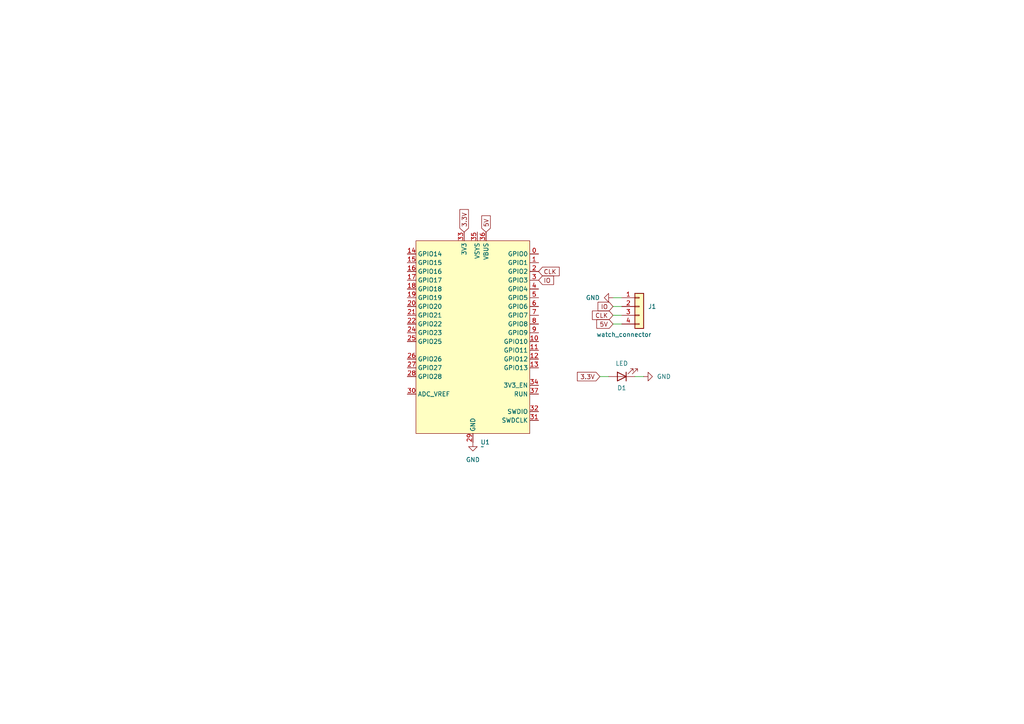
<source format=kicad_sch>
(kicad_sch (version 20231120) (generator "eeschema") (generator_version "8.0")
  (paper "A4")
  (title_block (title "epd watch charger") (date "2024-09-12") (rev "1.0"))
  (lib_symbols
    (symbol "Connector_Generic:Conn_01x04" (pin_names (offset 1.016) hide)
      (property "Reference" "J" (at 0 5.08 0))
      (property "Value" "Conn_01x04" (at 0 -7.62 0))
      (symbol "Conn_01x04_1_1"
        (rectangle (start -1.27 -4.953) (end 0 -5.207) (stroke (width 0.1524)))
        (rectangle (start -1.27 -2.413) (end 0 -2.667) (stroke (width 0.1524)))
        (rectangle (start -1.27 0.127) (end 0 -0.127) (stroke (width 0.1524)))
        (rectangle (start -1.27 2.667) (end 0 2.413) (stroke (width 0.1524)))
        (rectangle (start -1.27 3.81) (end 1.27 -6.35) (stroke (width 0.254)) (fill (type background)))
        (pin passive line (at -5.08 2.54 0) (length 3.81) (name "Pin_1") (number "1"))
        (pin passive line (at -5.08 0 0) (length 3.81) (name "Pin_2") (number "2"))
        (pin passive line (at -5.08 -2.54 0) (length 3.81) (name "Pin_3") (number "3"))
        (pin passive line (at -5.08 -5.08 0) (length 3.81) (name "Pin_4") (number "4"))
      )
    )
    (symbol "Device:LED" (pin_numbers hide) (pin_names (offset 1.016) hide)
      (property "Reference" "D" (at 0 2.54 0))
      (property "Value" "LED" (at 0 -2.54 0))
      (symbol "LED_0_1"
        (polyline (pts (xy -1.27 -1.27) (xy -1.27 1.27)) (stroke (width 0.254)))
        (polyline (pts (xy -1.27 0) (xy 1.27 0)))
        (polyline (pts (xy 1.27 -1.27) (xy 1.27 1.27) (xy -1.27 0) (xy 1.27 -1.27)) (stroke (width 0.254)))
        (polyline (pts (xy -3.048 -0.762) (xy -4.572 -2.286) (xy -3.81 -2.286) (xy -4.572 -2.286) (xy -4.572 -1.524)))
        (polyline (pts (xy -1.778 -0.762) (xy -3.302 -2.286) (xy -2.54 -2.286) (xy -3.302 -2.286) (xy -3.302 -1.524)))
      )
      (symbol "LED_1_1"
        (pin passive line (at -3.81 0 0) (length 2.54) (name "K") (number "1"))
        (pin passive line (at 3.81 0 180) (length 2.54) (name "A") (number "2"))
      )
    )
    (symbol "charger:pico"
      (property "Reference" "U" (at 0 0 0))
      (symbol "pico_1_1"
        (rectangle (start -16.51 25.4) (end 16.51 -30.48) (fill (type background)))
        (pin input line (at 19.05 21.59 180) (length 2.54) (name "GPIO0") (number "0"))
        (pin input line (at 19.05 19.05 180) (length 2.54) (name "GPIO1") (number "1"))
        (pin input line (at 19.05 -3.81 180) (length 2.54) (name "GPIO10") (number "10"))
        (pin input line (at 19.05 -6.35 180) (length 2.54) (name "GPIO11") (number "11"))
        (pin input line (at 19.05 -8.89 180) (length 2.54) (name "GPIO12") (number "12"))
        (pin input line (at 19.05 -11.43 180) (length 2.54) (name "GPIO13") (number "13"))
        (pin input line (at -19.05 21.59 0) (length 2.54) (name "GPIO14") (number "14"))
        (pin input line (at -19.05 19.05 0) (length 2.54) (name "GPIO15") (number "15"))
        (pin input line (at -19.05 16.51 0) (length 2.54) (name "GPIO16") (number "16"))
        (pin input line (at -19.05 13.97 0) (length 2.54) (name "GPIO17") (number "17"))
        (pin input line (at -19.05 11.43 0) (length 2.54) (name "GPIO18") (number "18"))
        (pin input line (at -19.05 8.89 0) (length 2.54) (name "GPIO19") (number "19"))
        (pin input line (at 19.05 16.51 180) (length 2.54) (name "GPIO2") (number "2"))
        (pin input line (at -19.05 6.35 0) (length 2.54) (name "GPIO20") (number "20"))
        (pin input line (at -19.05 3.81 0) (length 2.54) (name "GPIO21") (number "21"))
        (pin input line (at -19.05 1.27 0) (length 2.54) (name "GPIO22") (number "22"))
        (pin input line (at -19.05 -1.27 0) (length 2.54) (name "GPIO23") (number "24"))
        (pin input line (at -19.05 -3.81 0) (length 2.54) (name "GPIO25") (number "25"))
        (pin input line (at -19.05 -8.89 0) (length 2.54) (name "GPIO26") (number "26"))
        (pin input line (at -19.05 -11.43 0) (length 2.54) (name "GPIO27") (number "27"))
        (pin input line (at -19.05 -13.97 0) (length 2.54) (name "GPIO28") (number "28"))
        (pin input line (at 0 -33.02 90) (length 2.54) (name "GND") (number "29"))
        (pin input line (at 19.05 13.97 180) (length 2.54) (name "GPIO3") (number "3"))
        (pin input line (at -19.05 -19.05 0) (length 2.54) (name "ADC_VREF") (number "30"))
        (pin input line (at 19.05 -26.67 180) (length 2.54) (name "SWDCLK") (number "31"))
        (pin input line (at 19.05 -24.13 180) (length 2.54) (name "SWDIO") (number "32"))
        (pin input line (at -2.54 27.94 270) (length 2.54) (name "3V3") (number "33"))
        (pin input line (at 19.05 -16.51 180) (length 2.54) (name "3V3_EN") (number "34"))
        (pin input line (at 1.27 27.94 270) (length 2.54) (name "VSYS") (number "35"))
        (pin input line (at 3.81 27.94 270) (length 2.54) (name "VBUS") (number "36"))
        (pin input line (at 19.05 -19.05 180) (length 2.54) (name "RUN") (number "37"))
        (pin input line (at 19.05 11.43 180) (length 2.54) (name "GPIO4") (number "4"))
        (pin input line (at 19.05 8.89 180) (length 2.54) (name "GPIO5") (number "5"))
        (pin input line (at 19.05 6.35 180) (length 2.54) (name "GPIO6") (number "6"))
        (pin input line (at 19.05 3.81 180) (length 2.54) (name "GPIO7") (number "7"))
        (pin input line (at 19.05 1.27 180) (length 2.54) (name "GPIO8") (number "8"))
        (pin input line (at 19.05 -1.27 180) (length 2.54) (name "GPIO9") (number "9"))
      )
    )
    (symbol "power:GND" (power) (pin_numbers hide) (pin_names (offset 0) hide)
      (property "Value" "GND" (at 0 -3.81 0))
      (symbol "GND_0_1"
        (polyline (pts (xy 0 0) (xy 0 -1.27) (xy 1.27 -1.27) (xy 0 -2.54) (xy -1.27 -1.27) (xy 0 -1.27)))
      )
      (symbol "GND_1_1"
        (pin power_in line (at 0 0 270) (length 0) (name "~") (number "1"))
      )
    )
  )
  (wire (pts (xy 177.8 86.36) (xy 180.34 86.36)))
  (wire (pts (xy 184.15 109.22) (xy 186.69 109.22)))
  (wire (pts (xy 177.8 93.98) (xy 180.34 93.98)))
  (wire (pts (xy 173.99 109.22) (xy 176.53 109.22)))
  (wire (pts (xy 177.8 91.44) (xy 180.34 91.44)))
  (wire (pts (xy 177.8 88.9) (xy 180.34 88.9)))
  (global_label "3.3V" (shape input) (at 134.62 67.31 90) (property "Intersheetrefs" "${INTERSHEET_REFS}" (effects (hide yes))))
  (global_label "5V" (shape input) (at 140.97 67.31 90) (property "Intersheetrefs" "${INTERSHEET_REFS}" (effects (hide yes))))
  (global_label "IO" (shape input) (at 156.21 81.28 0) (property "Intersheetrefs" "${INTERSHEET_REFS}" (effects (hide yes))))
  (global_label "CLK" (shape input) (at 156.21 78.74 0) (property "Intersheetrefs" "${INTERSHEET_REFS}" (effects (hide yes))))
  (global_label "3.3V" (shape input) (at 173.99 109.22 180) (property "Intersheetrefs" "${INTERSHEET_REFS}" (effects (hide yes))))
  (global_label "5V" (shape input) (at 177.8 93.98 180) (property "Intersheetrefs" "${INTERSHEET_REFS}" (effects (hide yes))))
  (global_label "CLK" (shape input) (at 177.8 91.44 180) (property "Intersheetrefs" "${INTERSHEET_REFS}" (effects (hide yes))))
  (global_label "IO" (shape input) (at 177.8 88.9 180) (property "Intersheetrefs" "${INTERSHEET_REFS}" (effects (hide yes))))
  (symbol (lib_id "power:GND") (at 186.69 109.22 90) (unit 1)
    (property "Reference" "#PWR03" (effects (hide yes)))
    (property "Value" "GND" (at 190.5 109.2199 90) (effects (justify right)))
    (property "Description" "Power symbol creates a global label with name \"GND\" , ground" (effects (hide yes)))
  )
  (symbol (lib_id "Device:LED") (at 180.34 109.22 180) (unit 1)
    (property "Reference" "D1" (at 180.34 112.522 0))
    (property "Value" "LED" (at 180.34 105.41 0))
    (property "Footprint" "Connector_PinSocket_2.54mm:PinSocket_1x02_P2.54mm_Vertical" (effects (hide yes)))
    (property "Description" "Light emitting diode" (effects (hide yes)))
  )
  (symbol (lib_id "charger:pico") (at 137.16 95.25 0) (unit 1)
    (property "Reference" "U1" (at 139.3541 128.27 0) (effects (justify left)))
    (property "Value" "~" (at 139.3541 129.54 0) (effects (justify left)))
    (property "Footprint" "charger:pico" (effects (hide yes)))
  )
  (symbol (lib_id "power:GND") (at 137.16 128.27 0) (unit 1)
    (property "Reference" "#PWR04" (effects (hide yes)))
    (property "Value" "GND" (at 137.16 133.35 0))
    (property "Description" "Power symbol creates a global label with name \"GND\" , ground" (effects (hide yes)))
  )
  (symbol (lib_id "Connector_Generic:Conn_01x04") (at 185.42 88.9 0) (unit 1)
    (property "Reference" "J1" (at 187.96 88.8999 0) (effects (justify left)))
    (property "Value" "watch_connector" (at 172.974 97.028 0) (effects (justify left)))
    (property "Footprint" "Connector_PinHeader_2.54mm:PinHeader_1x04_P2.54mm_Vertical" (effects (hide yes)))
    (property "Description" "Generic connector, single row, 01x04, script generated (kicad-library-utils/schlib/autogen/connector/)" (effects (hide yes)))
  )
  (symbol (lib_id "power:GND") (at 177.8 86.36 270) (unit 1)
    (property "Reference" "#PWR02" (effects (hide yes)))
    (property "Value" "GND" (at 173.99 86.3599 90) (effects (justify right)))
    (property "Description" "Power symbol creates a global label with name \"GND\" , ground" (effects (hide yes)))
  )
)
</source>
